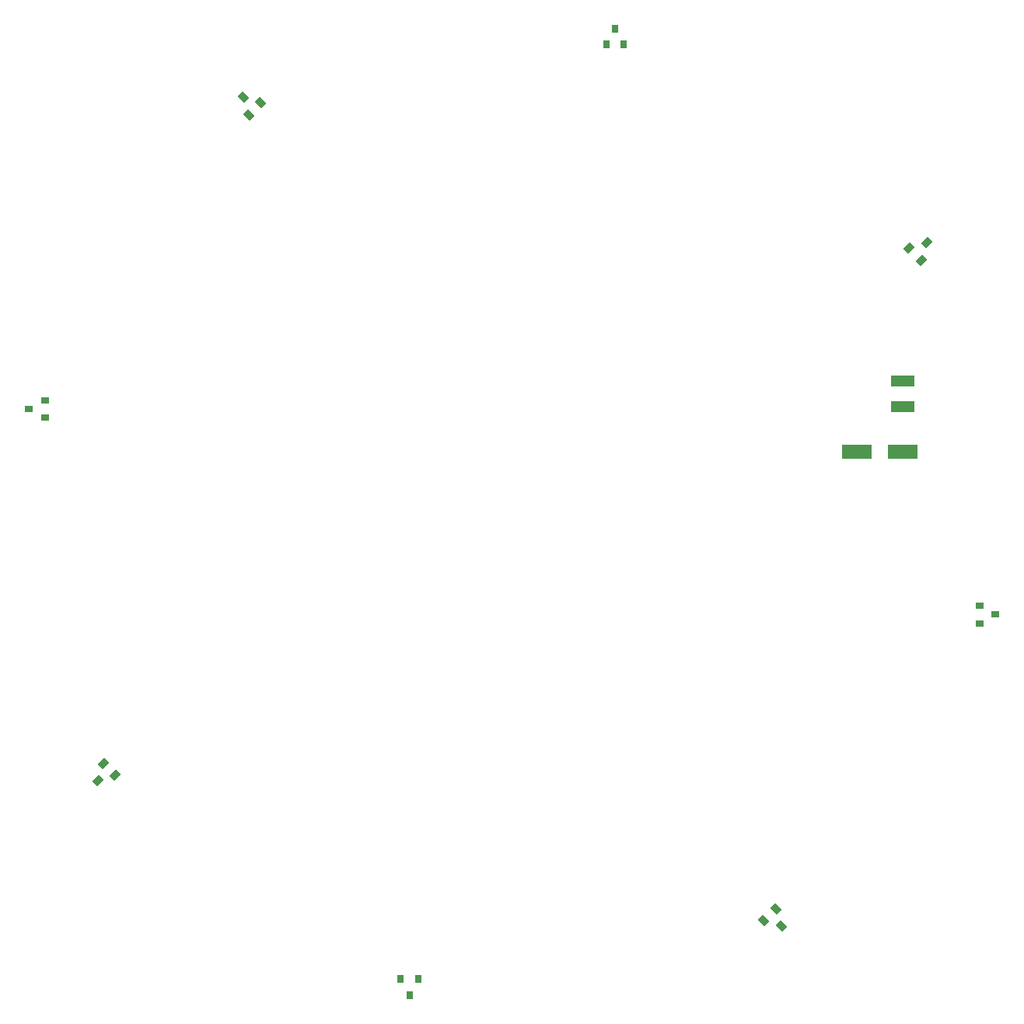
<source format=gtp>
G04*
G04 #@! TF.GenerationSoftware,Altium Limited,Altium Designer,24.6.1 (21)*
G04*
G04 Layer_Color=8421504*
%FSLAX44Y44*%
%MOMM*%
G71*
G04*
G04 #@! TF.SameCoordinates,7ED302C6-E4C6-4C30-95F2-E30C317DAF44*
G04*
G04*
G04 #@! TF.FilePolarity,Positive*
G04*
G01*
G75*
G04:AMPARAMS|DCode=18|XSize=0.972mm|YSize=0.802mm|CornerRadius=0mm|HoleSize=0mm|Usage=FLASHONLY|Rotation=45.000|XOffset=0mm|YOffset=0mm|HoleType=Round|Shape=Rectangle|*
%AMROTATEDRECTD18*
4,1,4,-0.0601,-0.6272,-0.6272,-0.0601,0.0601,0.6272,0.6272,0.0601,-0.0601,-0.6272,0.0*
%
%ADD18ROTATEDRECTD18*%

G04:AMPARAMS|DCode=19|XSize=0.972mm|YSize=0.802mm|CornerRadius=0mm|HoleSize=0mm|Usage=FLASHONLY|Rotation=135.000|XOffset=0mm|YOffset=0mm|HoleType=Round|Shape=Rectangle|*
%AMROTATEDRECTD19*
4,1,4,0.6272,-0.0601,0.0601,-0.6272,-0.6272,0.0601,-0.0601,0.6272,0.6272,-0.0601,0.0*
%
%ADD19ROTATEDRECTD19*%

%ADD20R,0.9720X0.8020*%
%ADD21R,0.8020X0.9720*%
%ADD22R,3.2000X1.6000*%
%ADD23R,2.6582X1.2557*%
D18*
X432148Y287192D02*
D03*
X445583Y273757D02*
D03*
X451382Y292990D02*
D03*
X-451378Y-292988D02*
D03*
X-445580Y-273755D02*
D03*
X-432145Y-287190D02*
D03*
D19*
X-292988Y451378D02*
D03*
X-273755Y445579D02*
D03*
X-287190Y432145D02*
D03*
X292988Y-451378D02*
D03*
X273754Y-445580D02*
D03*
X287190Y-432145D02*
D03*
D20*
X-526350Y112000D02*
D03*
X-508650Y121500D02*
D03*
Y102500D02*
D03*
X508650Y-102498D02*
D03*
Y-121498D02*
D03*
X526350Y-111998D02*
D03*
D21*
X112000Y526350D02*
D03*
X121500Y508650D02*
D03*
X102500D02*
D03*
X-102500Y-508650D02*
D03*
X-121500D02*
D03*
X-112000Y-526350D02*
D03*
D22*
X425000Y65000D02*
D03*
X375000D02*
D03*
D23*
X425000Y142500D02*
D03*
Y114475D02*
D03*
M02*

</source>
